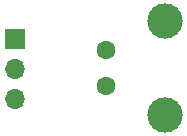
<source format=gbr>
%TF.GenerationSoftware,KiCad,Pcbnew,5.1.5-52549c5~86~ubuntu16.04.1*%
%TF.CreationDate,2020-11-12T16:46:33+05:30*%
%TF.ProjectId,LDR Module V1.0,4c445220-4d6f-4647-956c-652056312e30,V1.0*%
%TF.SameCoordinates,Original*%
%TF.FileFunction,Soldermask,Top*%
%TF.FilePolarity,Negative*%
%FSLAX46Y46*%
G04 Gerber Fmt 4.6, Leading zero omitted, Abs format (unit mm)*
G04 Created by KiCad (PCBNEW 5.1.5-52549c5~86~ubuntu16.04.1) date 2020-11-12 16:46:33*
%MOMM*%
%LPD*%
G04 APERTURE LIST*
%ADD10C,1.600000*%
%ADD11C,3.000000*%
%ADD12O,1.700000X1.700000*%
%ADD13R,1.700000X1.700000*%
G04 APERTURE END LIST*
D10*
%TO.C,R2*%
X144295000Y-87544000D03*
X144295000Y-90544000D03*
%TD*%
D11*
%TO.C,H1*%
X149295000Y-85044000D03*
%TD*%
%TO.C,H2*%
X149295000Y-93044000D03*
%TD*%
D12*
%TO.C,J1*%
X136525000Y-91694000D03*
X136525000Y-89154000D03*
D13*
X136525000Y-86614000D03*
%TD*%
M02*

</source>
